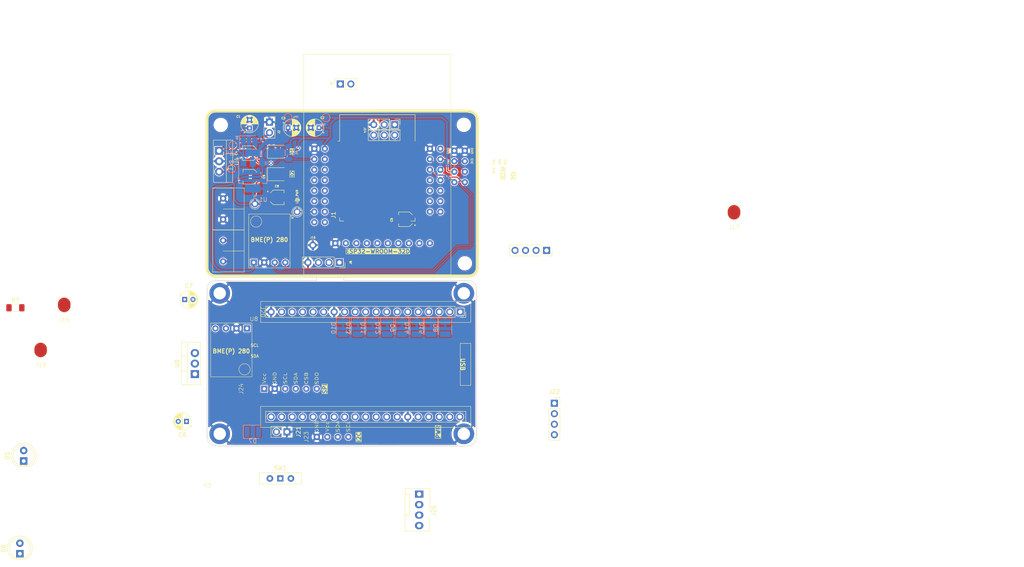
<source format=kicad_pcb>
(kicad_pcb (version 20240108) (generator "pcbnew") (generator_version "8.0")
  (layers (0 "F.Cu" signal) (31 "B.Cu" signal) (34 "B.Paste" user) (35 "F.Paste" user) (36 "B.SilkS" user "B.Silkscreen") (37 "F.SilkS" user "F.Silkscreen") (38 "B.Mask" user) (39 "F.Mask" user) (44 "Edge.Cuts" user))
  (net 0 "")
  (net 1 "GND")
  (net 2 "+3V3")
  (net 3 "+5V")
  (net 4 "/RXD")
  (net 5 "/TXD")
  (net 6 "/SDA")
  (net 7 "/GPIO_33")
  (net 8 "/SCL")
  (net 9 "/OUT3")
  (net 10 "/EN")
  (net 11 "/SOURCE2")
  (net 12 "/SOURCE1")
  (net 13 "/SOURCE3")
  (net 14 "/VDC")
  (net 15 "/DAC1")
  (net 16 "/DAC2")
  (net 17 "/GPIO39")
  (net 18 "/GPIO19")
  (net 19 "/GPIO17")
  (net 20 "/GPIO5")
  (net 21 "/GPIO18")
  (net 22 "/SD_DATA0")
  (net 23 "/ADC2_CH3")
  (net 24 "/SD_DATA3")
  (net 25 "/SD_CMD")
  (net 26 "/SD_CLK")
  (net 27 "/SD_DATA2")
  (net 28 "/SD_DATA1")
  (net 29 "/ADC2_CH0")
  (net 30 "/GPIO23")
  (net 31 "/GPIO36")
  (net 32 "/ADC2_CH2")
  (net 33 "/BOOT")
  (net 34 "/GPIO13")
  (net 35 "/SOURCE4")
  (net 36 "/SOURCE5")
  (net 37 "/SIPO_DATA")
  (net 38 "/SIPO_CLK")
  (net 39 "/SIPO_LATCH")
  (net 40 "/GPIO14")
  (net 41 "/OUT1")
  (net 42 "/VIN")
  (net 43 "Net-(D5-Pad1)")
  (net 44 "Net-(J15-Pin_1)")
  (net 45 "Net-(J19-Pin_1)")
  (net 46 "/OUT2")
  (net 58 "/ESP32-WROOM-32U Node/VIN")
  (net 63 "/ESP32-WROOM-32U Node/VDC")
  (net 74 "/ESP32-WROOM-32U Node/SPI-SDO")
  (net 75 "/ESP32-WROOM-32U Node/TX")
  (net 76 "/QB-2")
  (net 77 "/QC-2")
  (net 78 "/QE-2")
  (net 79 "/QA-2")
  (net 80 "/QD-2")
  (net 81 "/QG-2")
  (net 82 "/QH-2")
  (net 83 "/QF-2")
  (net 84 "/ESP32-WROOM-32U Node/SDA-2")
  (net 85 "/ESP32-WROOM-32U Node/SPI-CSB")
  (net 86 "/ESP32-WROOM-32U Node/SPI-SCL")
  (net 87 "/ESP32-WROOM-32U Node/3V3")
  (net 88 "/ESP32-WROOM-32U Node/SCL-2")
  (net 89 "/ESP32-WROOM-32U Node/RX")
  (net 90 "Net-(J21-Pin_2)")
  (net 92 "/ESP32-WROOM-32U Node/SPI-SDA")
  (net 94 "/ESP32-WROOM-32U Node/12V")
  (footprint "Capacitor_THT:CP_Radial_D4.0mm_P2.00mm" (layer "F.Cu") (at 107 44.2 180)
    (property "Reference" "C2")
    (property "Value" "1uF")
  )
  (footprint "LED_SMD:LED_1210_3225Metric_Pad1.42x2.65mm_HandSolder" (layer "F.Cu") (at 97 55.45)
    (property "Reference" "D2")
    (property "Value" "STATUS")
  )
  (footprint "Alexander Footprint Library:Board_65-40" (layer "F.Cu") (at 80 131.25)
    (property "Reference" "H3")
    (property "Value" "Project_Box_Board_65x40")
    (fp_line (start 0 -13) (end 0 -47) (stroke (width 0.05)) (layer "Edge.Cuts"))
    (fp_line (start 3 -50) (end 62 -50) (stroke (width 0.05)) (layer "Edge.Cuts"))
    (fp_line (start 62 -10) (end 3 -10) (stroke (width 0.05)) (layer "Edge.Cuts"))
    (fp_line (start 65 -47) (end 65 -13) (stroke (width 0.05)) (layer "Edge.Cuts"))
    (fp_arc (start 0 -47) (mid 0.87868 -49.12132) (end 3 -50) (stroke (width 0.05)) (layer "Edge.Cuts"))
    (fp_arc (start 3 -10) (mid 0.87868 -10.87868) (end 0 -13) (stroke (width 0.05)) (layer "Edge.Cuts"))
    (fp_arc (start 62 -50) (mid 64.12132 -49.12132) (end 65 -47) (stroke (width 0.05)) (layer "Edge.Cuts"))
    (fp_arc (start 65 -13) (mid 64.12132 -10.87868) (end 62 -10) (stroke (width 0.05)) (layer "Edge.Cuts"))
  )
  (footprint "Capacitor_SMD:CP_Elec_3x5.3" (layer "F.Cu") (at 90.3 50.35 180)
    (property "Reference" "C4")
    (property "Value" "0.1uF")
  )
  (footprint "Resistor_SMD:R_1206_3216Metric_Pad1.30x1.75mm_HandSolder" (layer "F.Cu") (at 33.612 87.7585)
    (property "Reference" "R7")
    (property "Value" "4K7")
  )
  (footprint "LED_THT:LED_D5.0mm" (layer "F.Cu") (at 34.7 147.25 90)
    (property "Reference" "D6")
    (property "Value" "LED_STATUS")
  )
  (footprint "Button_Switch_THT:SW_Slide-03_Wuerth-WS-SLTV_10x2.5x6.4_P2.54mm" (layer "F.Cu") (at 97.66 129.05)
    (property "Reference" "SW1")
    (property "Value" "SW_SPDT")
  )
  (footprint "Connector_PinSocket_2.54mm:PinSocket_1x04_P2.54mm_Vertical" (layer "F.Cu") (at 163.88 110.85)
    (property "Reference" "J22")
    (property "Value" "PWR_SATA_Conn_01x04")
  )
  (footprint "Alexander Footprint Library:Pad_1x01_P2.54_SMD" (layer "F.Cu") (at 39.712 102.098)
    (property "Reference" "J19")
    (property "Value" "LED_PWR")
  )
  (footprint "Alexanddr Footprints Library:ESP32-WROOM-Adapter-Socket-2" (layer "F.Cu") (at 121.1 56.9025)
    (property "Reference" "J1")
    (property "Value" "~")
  )
  (footprint "Alexander Footprint Library:Pad_1x01_P2.54_SMD" (layer "F.Cu") (at 45.412 91.198)
    (property "Reference" "J15")
    (property "Value" "LED_PWR")
  )
  (footprint "MountingHole:MountingHole_3mm" (layer "F.Cu") (at 142 43.5)
    (property "Reference" "H1" (hide yes))
    (property "Value" "MountingHole_Pad")
  )
  (footprint "Connector_PinSocket_2.54mm:PinSocket_1x02_P2.54mm_Vertical" (layer "F.Cu") (at 99.25 117.775 -90)
    (property "Reference" "J21")
    (property "Value" "PWR")
  )
  (footprint "MountingHole:MountingHole_3mm" (layer "F.Cu") (at 83.25 43.53)
    (property "Reference" "H2" (hide yes))
    (property "Value" "MountingHole_Pad")
  )
  (footprint "Alexander Footprints Library:Conn_Terminal_5mm" (layer "F.Cu") (at 83.82 53.69)
    (property "Reference" "J9" (hide yes))
    (property "Value" "Conn_01x02_Socket")
  )
  (footprint "Alexander Footprint Library:Pad_1x01_P2.54_SMD" (layer "F.Cu") (at 207.3 68.7895)
    (property "Reference" "J17")
    (property "Value" "GND")
  )
  (footprint "Capacitor_THT:CP_Radial_D4.0mm_P2.00mm" (layer "F.Cu") (at 74.527401 85.75)
    (property "Reference" "C7")
    (property "Value" "1uF")
  )
  (footprint "Connector:FanPinHeader_1x04_P2.54mm_Vertical" (layer "F.Cu") (at 131.2 132.83 -90)
    (property "Reference" "J25")
    (property "Value" "Conn_01x04_Pin")
  )
  (footprint "Capacitor_SMD:CP_Elec_3x5.3" (layer "F.Cu") (at 90.4 56.05 180)
    (property "Reference" "C9")
    (property "Value" "0.1uF")
  )
  (footprint "Alexander Footprint Library:PinSocket_1x01_P2.54" (layer "F.Cu") (at 91.5 65.19)
    (property "Reference" "J7")
    (property "Value" "LED_PWR")
  )
  (footprint "Alexander Footprint Library:Conn_SPI" (layer "F.Cu") (at 88.68 107.35 90)
    (property "Reference" "J24")
    (property "Value" "~")
  )
  (footprint "Connector_PinSocket_2.54mm:PinSocket_1x02_P2.54mm_Vertical" (layer "F.Cu") (at 95.025 42.85)
    (property "Reference" "J2")
    (property "Value" "PWR")
  )
  (footprint "Connector_PinSocket_2.54mm:PinSocket_1x04_P2.54mm_Vertical" (layer "F.Cu") (at 111.94 76.8 -90)
    (property "Reference" "J6")
    (property "Value" "SOURCE")
  )
  (footprint "Connector_PinSocket_2.54mm:PinSocket_1x04_P2.54mm_Vertical" (layer "F.Cu") (at 162 73.875 -90)
    (property "Reference" "J10" (hide yes))
    (property "Value" "ADC")
  )
  (footprint "Capacitor_SMD:CP_Elec_3x5.3" (layer "F.Cu") (at 128 66.35 180)
    (property "Reference" "C5")
    (property "Value" "0.1uF")
  )
  (footprint "Capacitor_THT:CP_Radial_D4.0mm_P2.00mm" (layer "F.Cu") (at 99.5 44.2)
    (property "Reference" "C3")
    (property "Value" "1uF")
  )
  (footprint "Alexander Footprint Library:Conn_ESP32_WROOM-DevKit-38pins" (layer "F.Cu") (at 92.88 88.75 -90)
    (property "Reference" "J20")
    (property "Value" "~")
  )
  (footprint "Capacitor_SMD:CP_Elec_3x5.3" (layer "F.Cu") (at 96.8 61.05)
    (property "Reference" "C8")
    (property "Value" "10uF")
  )
  (footprint "Alexander Footprint Library:LD1117" (layer "F.Cu") (at 77 103.79 90)
    (property "Reference" "U9")
    (property "Value" "L7805")
  )
  (footprint "Alexander Footprint Library:PinSocket_1x01_P2.54" (layer "F.Cu") (at 101.7 67.12)
    (property "Reference" "J18")
    (property "Value" "LED_PWR")
  )
  (footprint "Alexander Footprint Library:Conn_I2C" (layer "F.Cu") (at 98.84 119 90)
    (property "Reference" "J23")
    (property "Value" "I2C")
  )
  (footprint "Capacitor_THT:CP_Radial_D4.0mm_P2.00mm" (layer "F.Cu") (at 74.9726 115.25 180)
    (property "Reference" "C6")
    (property "Value" "1uF")
  )
  (footprint "Connector_PinSocket_2.54mm:PinSocket_1x02_P2.54mm_Vertical" (layer "F.Cu") (at 112.15 33.625 90)
    (property "Reference" "J5")
    (property "Value" "DAC")
  )
  (footprint "Alexander Footprint Library:CONN_2x3" (layer "F.Cu") (at 130.38 43.45 -90)
    (property "Reference" "J14")
    (property "Value" "GPIO")
  )
  (footprint "Alexander Footprints Library:Conn_UART" (layer "F.Cu") (at 139.7 42.15)
    (property "Reference" "J3" (hide yes))
    (property "Value" "UART")
  )
  (footprint "Alexander Footprint Library:PinSocket_1x01_P2.54" (layer "F.Cu") (at 105.5 75.19)
    (property "Reference" "J16")
    (property "Value" "GND")
  )
  (footprint "Capacitor_THT:CP_Radial_D4.0mm_P2.00mm" (layer "F.Cu") (at 90.2 44.3 90)
    (property "Reference" "C1")
    (property "Value" "1uF")
  )
  (footprint "Alexander Footprint Library:BME280_BMP280_I2C" (layer "F.Cu") (at 90 78.1 90)
    (property "Reference" "U7")
    (property "Value" "BME(P)280")
  )
  (footprint "Alexander Footprint Library:LD1117" (layer "F.Cu") (at 82.855 49.77 -90)
    (property "Reference" "U4")
    (property "Value" "L7805")
  )
  (footprint "Alexander Footprints Library:Conn_I2C" (layer "F.Cu") (at 142.24 42.15)
    (property "Reference" "J4" (hide yes))
    (property "Value" "I2C")
  )
  (footprint "LED_THT:LED_D5.0mm" (layer "F.Cu") (at 35.612 124.8335 90)
    (property "Reference" "D5")
    (property "Value" "LED_PWR")
  )
  (footprint "Alexander Footprint Library:BME280_BMP280_I2C" (layer "F.Cu") (at 90.8 91.45 -90)
    (property "Reference" "U8")
    (property "Value" "BME(P)280")
  )
  (footprint "LED_SMD:LED_1210_3225Metric_Pad1.42x2.65mm_HandSolder" (layer "F.Cu") (at 97 50)
    (property "Reference" "D1")
    (property "Value" "PWR")
  )
  (footprint "MountingHole:MountingHole_3mm" (layer "F.Cu") (at 142.25 77)
    (property "Reference" "H4" (hide yes))
    (property "Value" "MountingHole_Pad")
  )
  (footprint "Alexander Footprints Library:Conn_Terminal_5mm" (layer "F.Cu") (at 83.82 63.85)
    (property "Reference" "J8" (hide yes))
    (property "Value" "Conn_01x02_Socket")
  )
  (footprint "TestPoint:TestPoint_Pad_D1.5mm" (layer "B.Cu") (at 99.5 41.75 180)
    (property "Reference" "TP4")
    (property "Value" "5V")
  )
  (footprint "LED_SMD:LED_1210_3225Metric_Pad1.42x2.65mm_HandSolder" (layer "B.Cu") (at 127.1 92.65 -90)
    (property "Reference" "D9")
    (property "Value" "PWR")
  )
  (footprint "TestPoint:TestPoint_Pad_D1.5mm" (layer "B.Cu") (at 108.7 41.75 180)
    (property "Reference" "TP3")
    (property "Value" "3V3")
  )
  (footprint "LED_SMD:LED_1210_3225Metric_Pad1.42x2.65mm_HandSolder" (layer "B.Cu") (at 119.9 92.65 -90)
    (property "Reference" "D11")
    (property "Value" "PWR")
  )
  (footprint "Diode_SMD:D_1210_3225Metric" (layer "B.Cu") (at 91 117.75)
    (property "Reference" "D7")
    (property "Value" "D")
  )
  (footprint "LED_SMD:LED_1210_3225Metric_Pad1.42x2.65mm_HandSolder" (layer "B.Cu") (at 134.1 92.65 -90)
    (property "Reference" "D15")
    (property "Value" "PWR")
  )
  (footprint "Resistor_SMD:R_1206_3216Metric_Pad1.30x1.75mm_HandSolder" (layer "B.Cu") (at 99.7 50.25 -90)
    (property "Reference" "R1")
    (property "Value" "10K")
  )
  (footprint "Diode_SMD:D_1210_3225Metric" (layer "B.Cu") (at 90.1 47.75)
    (property "Reference" "D4")
    (property "Value" "D")
  )
  (footprint "LED_SMD:LED_1210_3225Metric_Pad1.42x2.65mm_HandSolder" (layer "B.Cu") (at 130.6 92.65 -90)
    (property "Reference" "D14")
    (property "Value" "PWR")
  )
  (footprint "TestPoint:TestPoint_Pad_D1.5mm" (layer "B.Cu") (at 86.2 48.45 180)
    (property "Reference" "TP1")
    (property "Value" "VIN")
  )
  (footprint "LED_SMD:LED_1210_3225Metric_Pad1.42x2.65mm_HandSolder" (layer "B.Cu") (at 123.5 92.65 -90)
    (property "Reference" "D12")
    (property "Value" "PWR")
  )
  (footprint "TestPoint:TestPoint_Pad_D1.5mm" (layer "B.Cu") (at 85.9 54.15 180)
    (property "Reference" "TP2")
    (property "Value" "GND")
  )
  (footprint "LED_SMD:LED_1210_3225Metric_Pad1.42x2.65mm_HandSolder" (layer "B.Cu") (at 116.4 92.65 -90)
    (property "Reference" "D13")
    (property "Value" "PWR")
  )
  (footprint "LED_SMD:LED_1210_3225Metric_Pad1.42x2.65mm_HandSolder" (layer "B.Cu") (at 112.8 92.65 -90)
    (property "Reference" "D10")
    (property "Value" "PWR")
  )
  (footprint "Package_TO_SOT_SMD:SOT-223-3_TabPin2" (layer "B.Cu") (at 91 55.75 -90)
    (property "Reference" "U1")
    (property "Value" "AMS1117-3V3")
  )
  (footprint "LED_SMD:LED_1210_3225Metric_Pad1.42x2.65mm_HandSolder" (layer "B.Cu") (at 137.5 92.65 -90)
    (property "Reference" "D8")
    (property "Value" "PWR")
  )
  (gr_line (start 145.25 42.11421) (end 145.25 78.085782) (stroke (width 0.75)) (layer "F.SilkS"))
  (gr_line (start 81.914218 40.164218) (end 143.08579 40.164218) (stroke (width 0.75)) (layer "F.SilkS"))
  (gr_arc (start 145.25 78.085782) (mid 144.66422 79.500007) (end 143.25 80.085782) (stroke (width 0.75)) (layer "F.SilkS"))
  (gr_line (start 79.914218 42.11421) (end 79.914218 78.085782) (stroke (width 0.75)) (layer "F.SilkS"))
  (gr_arc (start 81.914218 80.085782) (mid 80.499999 79.500001) (end 79.914218 78.085782) (stroke (width 0.75)) (layer "F.SilkS"))
  (gr_arc (start 143.25 40.25) (mid 144.664214 40.835786) (end 145.25 42.25) (stroke (width 0.75)) (layer "F.SilkS"))
  (gr_arc (start 79.914218 42.164218) (mid 80.499999 40.749999) (end 81.914218 40.164218) (stroke (width 0.75)) (layer "F.SilkS"))
  (gr_line (start 81.914214 80.085782) (end 143.085786 80.085782) (stroke (width 0.75)) (layer "F.SilkS"))
  (gr_line (start 82.014214 80.235786) (end 106.4 80.25) (stroke (width 0.1)) (layer "Edge.Cuts"))
  (gr_line (start 80 42.25) (end 80.014214 78.235786) (stroke (width 0.1)) (layer "Edge.Cuts"))
  (gr_arc (start 79.921321 83.157107) (mid 80.507106 81.742896) (end 81.921321 81.157107) (stroke (width 0.1)) (layer "Edge.Cuts"))
  (gr_line (start 81.921321 121.128679) (end 143.107107 121.142893) (stroke (width 0.1)) (layer "Edge.Cuts"))
  (gr_arc (start 81.921321 121.128679) (mid 80.507101 120.542899) (end 79.921321 119.128679) (stroke (width 0.1)) (layer "Edge.Cuts"))
  (gr_line (start 143.092893 81.157107) (end 113 81.15) (stroke (width 0.1)) (layer "Edge.Cuts"))
  (gr_arc (start 145.107107 119.142893) (mid 144.521321 120.557107) (end 143.107107 121.142893) (stroke (width 0.1)) (layer "Edge.Cuts"))
  (gr_line (start 106.4 81.15) (end 81.921321 81.157107) (stroke (width 0.1)) (layer "Edge.Cuts"))
  (gr_arc (start 143.185786 40.264214) (mid 144.600004 40.849996) (end 145.185786 42.264214) (stroke (width 0.1)) (layer "Edge.Cuts"))
  (gr_line (start 113 80.25) (end 143.185786 80.235786) (stroke (width 0.1)) (layer "Edge.Cuts"))
  (gr_arc (start 82.014214 80.235786) (mid 80.599996 79.650004) (end 80.014214 78.235786) (stroke (width 0.1)) (layer "Edge.Cuts"))
  (gr_line (start 145.185786 42.264214) (end 145.185786 78.235786) (stroke (width 0.1)) (layer "Edge.Cuts"))
  (gr_arc (start 80 42.25) (mid 80.585786 40.835786) (end 82 40.25) (stroke (width 0.1)) (layer "Edge.Cuts"))
  (gr_line (start 145.107107 119.142893) (end 145.092893 83.157107) (stroke (width 0.1)) (layer "Edge.Cuts"))
  (gr_line (start 79.921321 119.128679) (end 79.921321 83.157107) (stroke (width 0.1)) (layer "Edge.Cuts"))
  (gr_line (start 106.4 81.15) (end 106.4 80.25) (stroke (width 0.1)) (layer "Edge.Cuts"))
  (gr_arc (start 145.185786 78.235786) (mid 144.600004 79.650004) (end 143.185786 80.235786) (stroke (width 0.1)) (layer "Edge.Cuts"))
  (gr_arc (start 143.092893 81.157107) (mid 144.507112 81.742888) (end 145.092893 83.157107) (stroke (width 0.1)) (layer "Edge.Cuts"))
  (gr_line (start 113 81.15) (end 113 80.25) (stroke (width 0.1)) (layer "Edge.Cuts"))
  (gr_line (start 143.185786 40.264214) (end 82 40.25) (stroke (width 0.1)) (layer "Edge.Cuts"))
  (gr_text "SCL" (at 90.4 96.85 0) (layer "F.SilkS") (effects (font (size 0.7 0.7) (thickness 0.125) (bold yes)) (justify left)))
  (gr_text "SDA" (at 90.4 99.45 0) (layer "F.SilkS") (effects (font (size 0.7 0.7) (thickness 0.125) (bold yes)) (justify left)))
  (gr_text "PWR" (at 136.4 119.55 90) (layer "F.SilkS" knockout) (effects (font (size 1 1) (thickness 0.25) (bold yes)) (justify left bottom)))
  (segment (start 84.21 66) (end 83.82 66.39) (width 0.5) (layer "F.Cu") (net 1))
  (segment (start 95.5 54.8625) (end 95.5125 54.85) (width 0.25) (layer "F.Cu") (net 1))
  (segment (start 95.5 55.4625) (end 95.5125 55.45) (width 0.25) (layer "F.Cu") (net 1))
  (segment (start 91.5 59.65) (end 91.9 59.25) (width 0.5) (layer "F.Cu") (net 2))
  (segment (start 101.15 50) (end 102 49.15) (width 0.5) (layer "F.Cu") (net 2))
  (segment (start 94.63 62.62) (end 91.5 62.62) (width 0.5) (layer "F.Cu") (net 2))
  (segment (start 91.9 59.25) (end 91.9 56.05) (width 0.5) (layer "F.Cu") (net 2))
  (segment (start 98.4875 50) (end 101.15 50) (width 0.5) (layer "F.Cu") (net 2))
  (segment (start 95.3 61.05) (end 95.3 61.95) (width 0.5) (layer "F.Cu") (net 2))
  (segment (start 95.3 61.95) (end 94.63 62.62) (width 0.5) (layer "F.Cu") (net 2))
  (segment (start 91.5 62.62) (end 91.5 59.65) (width 0.5) (layer "F.Cu") (net 2))
  (via (at 102 49.15) (size 0.8) (drill 0.4) (layers "F.Cu" "B.Cu") (net 2))
  (segment (start 96.075 48.7) (end 97.525 48.7) (width 0.5) (layer "B.Cu") (net 2))
  (segment (start 108.4 49.2825) (end 108.4 47.85) (width 0.5) (layer "B.Cu") (net 2))
  (segment (start 109.408578 44.2) (end 107 44.2) (width 0.5) (layer "B.Cu") (net 2))
  (segment (start 109.5 46.75) (end 109.75 46.5) (width 0.5) (layer "B.Cu") (net 2))
  (segment (start 81.3 75.997918) (end 81.3 59.75104) (width 0.5) (layer "B.Cu") (net 2))
  (segment (start 93.3 54.905025) (end 93.3 52.6) (width 0.5) (layer "B.Cu") (net 2))
  (segment (start 100 48.7) (end 100 48.03033) (width 0.5) (layer "B.Cu") (net 2))
  (segment (start 137.9 51.55) (end 138.66 52.31) (width 0.5) (layer "B.Cu") (net 2))
  (segment (start 84.202081 78.9) (end 89.990883 78.9) (width 0.5) (layer "B.Cu") (net 2))
  (segment (start 109.75 45) (end 109.75 44.141421) (width 0.5) (layer "B.Cu") (net 2))
  (segment (start 103 46.75) (end 101.28033 46.75) (width 0.5) (layer "B.Cu") (net 2))
  (segment (start 109.75 43.858578) (end 109.75 44.141421) (width 0.5) (layer "B.Cu") (net 2))
  (segment (start 138.66 52.31) (end 139.7 52.31) (width 0.5) (layer "B.Cu") (net 2))
  (segment (start 139.7 52.31) (end 142.24 52.31) (width 0.5) (layer "B.Cu") (net 2))
  (segment (start 129.1 41.75) (end 136.8 41.75) (width 0.5) (layer "B.Cu") (net 2))
  (segment (start 112.31066 41.75) (end 129.1 41.75) (width 0.5) (layer "B.Cu") (net 2))
  (segment (start 88.207106 62.75) (end 91.5 62.75) (width 0.5) (layer "B.Cu") (net 2))
  (segment (start 86.5 61.042893) (end 86.5 57.5) (width 0.5) (layer "B.Cu") (net 2))
  (segment (start 103 46.75) (end 109.5 46.75) (width 0.5) (layer "B.Cu") (net 2))
  (segment (start 137.9 42.85) (end 137.9 51.55) (width 0.5) (layer "B.Cu") (net 2))
  (segment (start 91.22 77.670883) (end 91.22 76.8) (width 0.5) (layer "B.Cu") (net 2))
  (segment (start 89.455634 56.1) (end 92.105025 56.1) (width 0.5) (layer "B.Cu") (net 2))
  (segment (start 96.075 48.7) (end 95.177817 48.7) (width 0.5) (layer "B.Cu") (net 2))
  (segment (start 136.8 41.75) (end 137.9 42.85) (width 0.5) (layer "B.Cu") (net 2))
  (segment (start 108.4 47.85) (end 109.75 46.5) (width 0.5) (layer "B.Cu") (net 2))
  (segment (start 109.75 46.5) (end 109.75 45) (width 0.5) (layer "B.Cu") (net 2))
  (segment (start 110.015165 42.984834) (end 110.5 42.5) (width 0.5) (layer "B.Cu") (net 2))
  (segment (start 102 47.75) (end 103 46.75) (width 0.5) (layer "B.Cu") (net 2))
  (segment (start 109.75 43.858578) (end 109.75 43.625) (width 0.5) (layer "B.Cu") (net 2))
  (segment (start 93.3 52.6) (end 93.3 50.577817) (width 0.5) (layer "B.Cu") (net 2))
  (segment (start 82.75104 58.3) (end 84.144365 58.3) (width 0.5) (layer "B.Cu") (net 2))
  (segment (start 102 49.15) (end 102 47.75) (width 0.5) (layer "B.Cu") (net 2))
  (segment (start 129.3 41.75) (end 129.1 41.75) (width 0.5) (layer "B.Cu") (net 2))
  (segment (start 108.7 41.75) (end 112.31066 41.75) (width 0.5) (layer "B.Cu") (net 2))
  (segment (start 100 48.7) (end 97.525 48.7) (width 0.5) (layer "B.Cu") (net 2))
  (arc (start 93.3 54.905025) (mid 93.209037 55.362322) (end 92.95 55.75) (width 0.5) (layer "B.Cu") (net 2))
  (arc (start 86.8 57.2) (mid 85.581584 58.014119) (end 84.144365 58.3) (width 0.5) (layer "B.Cu") (net 2))
  (arc (start 89.455634 56.1) (mid 88.018415 56.38588) (end 86.8 57.2) (width 0.5) (layer "B.Cu") (net 2))
  (arc (start 86.5 61.042893) (mid 86.629945 61.696174) (end 87 62.25) (width 0.5) (layer "B.Cu") (net 2))
  (arc (start 82.75104 58.3) (mid 82.195751 58.410453) (end 81.725 58.725) (width 0.5) (layer "B.Cu") (net 2))
  (arc (start 92.95 55.75) (mid 92.562322 56.009037) (end 92.105025 56.1) (width 0.5) (layer "B.Cu") (net 2))
  (arc (start 109.75 43.625) (mid 109.818914 43.278544) (end 110.015165 42.984834) (width 0.5) (layer "B.Cu") (net 2))
  (arc (start 95.177817 48.7) (mid 94.459207 48.84294) (end 93.85 49.25) (width 0.5) (layer "B.Cu") (net 2))
  (arc (start 82.15 78.05) (mid 83.091502 78.679092) (end 84.202081 78.9) (width 0.5) (layer "B.Cu") (net 2))
  (arc (start 109.75 44.141421) (mid 109.713838 44.087301) (end 109.65 44.1) (width 0.5) (layer "B.Cu") (net 2))
  (arc (start 93.85 49.25) (mid 93.44294 49.859207) (end 93.3 50.577817) (width 0.5) (layer "B.Cu") (net 2))
  (arc (start 90.86 78.54) (mid 90.461245 78.806439) (end 89.990883 78.9) (width 0.5) (layer "B.Cu") (net 2))
  (arc (start 109.65 44.1) (mid 109.539234 44.17401) (end 109.408578 44.2) (width 0.5) (layer "B.Cu") (net 2))
  (arc (start 87 62.25) (mid 87.553825 62.620054) (end 88.207106 62.75) (width 0.5) (layer "B.Cu") (net 2))
  (arc (start 81.725 58.725) (mid 81.410453 59.195751) (end 81.3 59.75104) (width 0.5) (layer "B.Cu") (net 2))
  (arc (start 101.28033 46.75) (mid 100.790368 46.847459) (end 100.375 47.125) (width 0.5) (layer "B.Cu") (net 2))
  (arc (start 91.22 77.670883) (mid 91.126439 78.141245) (end 90.86 78.54) (width 0.5) (layer "B.Cu") (net 2))
  (arc (start 110.5 42.5) (mid 111.330737 41.944918) (end 112.31066 41.75) (width 0.5) (layer "B.Cu") (net 2))
  (arc (start 109.65 44.1) (mid 109.72401 43.989234) (end 109.75 43.858578) (width 0.5) (layer "B.Cu") (net 2))
  (arc (start 100.375 47.125) (mid 100.097459 47.540368) (end 100 48.03033) (width 0.5) (layer "B.Cu") (net 2))
  (arc (start 81.3 75.997918) (mid 81.520907 77.108496) (end 82.15 78.05) (width 0.5) (layer "B.Cu") (net 2))
  (segment (start 99.5 45.693413) (end 99.5 44.2) (width 0.5) (layer "F.Cu") (net 3))
  (segment (start 98.6375 46.9625) (end 99.2125 46.3875) (width 0.5) (layer "F.Cu") (net 3))
  (segment (start 88.1 47.25) (end 97.943413 47.25) (width 0.5) (layer "F.Cu") (net 3))
  (segment (start 84.9 54.85) (end 85.4 54.35) (width 0.5) (layer "F.Cu") (net 3))
  (segment (start 85.4 54.35) (end 85.4 49.95) (width 0.5) (layer "F.Cu") (net 3))
  (segment (start 82.855 54.85) (end 84.9 54.85) (width 0.5) (layer "F.Cu") (net 3))
  (segment (start 85.4 49.95) (end 88.1 47.25) (width 0.5) (layer "F.Cu") (net 3))
  (arc (start 97.943413 47.25) (mid 98.31905 47.175281) (end 98.6375 46.9625) (width 0.5) (layer "F.Cu") (net 3))
  (arc (start 99.5 45.693413) (mid 99.425281 46.06905) (end 99.2125 46.3875) (width 0.5) (layer "F.Cu") (net 3))
  (segment (start 99.5 42.25) (end 99.5 44.2) (width 0.25) (layer "B.Cu") (net 3))
  (segment (start 139.7 57.35) (end 139.7 57.39) (width 0.25) (layer "F.Cu") (net 4))
  (segment (start 140.3 57.45) (end 139.3 57.45) (width 0.25) (layer "F.Cu") (net 4))
  (segment (start 139.04 57.39) (end 139.7 57.39) (width 0.25) (layer "F.Cu") (net 4))
  (segment (start 137.96 55.65) (end 139.7 57.39) (width 0.25) (layer "B.Cu") (net 4))
  (segment (start 133.8 54.3625) (end 135.0875 55.65) (width 0.25) (layer "B.Cu") (net 4))
  (segment (start 135.0875 55.65) (end 137.96 55.65) (width 0.25) (layer "B.Cu") (net 4))
  (segment (start 138 52.25) (end 137.5725 51.8225) (width 0.25) (layer "F.Cu") (net 5))
  (segment (start 139.7 54.85) (end 138.3 54.85) (width 0.25) (layer "F.Cu") (net 5))
  (segment (start 137.5725 51.8225) (end 136.34 51.8225) (width 0.25) (layer "F.Cu") (net 5))
  (segment (start 138 54.55) (end 138 52.25) (width 0.25) (layer "F.Cu") (net 5))
  (segment (start 138.3 54.85) (end 138 54.55) (width 0.25) (layer "F.Cu") (net 5))
  (segment (start 139.7 54.85) (end 139.5 54.85) (width 0.25) (layer "F.Cu") (net 5))
  (segment (start 142.24 54.85) (end 142.24 55.51) (width 0.25) (layer "F.Cu") (net 6))
  (segment (start 98.84 76.8) (end 98.84 78.09) (width 0.25) (layer "B.Cu") (net 6))
  (segment (start 141 57.95) (end 141 56.09) (width 0.25) (layer "B.Cu") (net 6))
  (segment (start 140.990501 53.600501) (end 142.24 54.85) (width 0.25) (layer "B.Cu") (net 6))
  (segment (start 136.34 54.3625) (end 137.101999 53.600501) (width 0.25) (layer "B.Cu") (net 6))
  (segment (start 143.281802 72.781802) (end 143.55 72.513604) (width 0.25) (layer "B.Cu") (net 6))
  (segment (start 99.4 78.65) (end 130.7 78.65) (width 0.25) (layer "B.Cu") (net 6))
  (segment (start 130.7 78.65) (end 134.55 78.65) (width 0.25) (layer "B.Cu") (net 6))
  (segment (start 143.55 72.513604) (end 143.55 60.5) (width 0.25) (layer "B.Cu") (net 6))
  (segment (start 143.55 60.5) (end 141 57.95) (width 0.25) (layer "B.Cu") (net 6))
  (segment (start 140.418198 72.781802) (end 143.281802 72.781802) (width 0.25) (layer "B.Cu") (net 6))
  (segment (start 98.84 78.09) (end 99.4 78.65) (width 0.25) (layer "B.Cu") (net 6))
  (segment (start 141 56.09) (end 142.24 54.85) (width 0.25) (layer "B.Cu") (net 6))
  (segment (start 137.101999 53.600501) (end 140.990501 53.600501) (width 0.25) (layer "B.Cu") (net 6))
  (segment (start 134.55 78.65) (end 140.418198 72.781802) (width 0.25) (layer "B.Cu") (net 6))
  (segment (start 135.1 55.15) (end 135.6 55.65) (width 0.25) (layer "F.Cu") (net 8))
  (segment (start 133.8 51.8225) (end 135.1 53.1225) (width 0.25) (layer "F.Cu") (net 8))
  (segment (start 141.603604 57.39) (end 142.24 57.39) (width 0.25) (layer "F.Cu") (net 8))
  (segment (start 137.3 55.65) (end 137.8 56.15) (width 0.25) (layer "F.Cu") (net 8))
  (segment (start 135.1 53.1225) (end 135.1 55.15) (width 0.25) (layer "F.Cu") (net 8))
  (segment (start 135.6 55.65) (end 137.3 55.65) (width 0.25) (layer "F.Cu") (net 8))
  (segment (start 140.363604 56.15) (end 141.603604 57.39) (width 0.25) (layer "F.Cu") (net 8))
  (segment (start 137.8 56.15) (end 140.363604 56.15) (width 0.25) (layer "F.Cu") (net 8))
  (segment (start 142.24 58.553604) (end 142.24 57.39) (width 0.25) (layer "B.Cu") (net 8))
  (segment (start 144 72.7) (end 144 60.313604) (width 0.25) (layer "B.Cu") (net 8))
  (segment (start 134.8 79.1) (end 140.6 73.3) (width 0.25) (layer "B.Cu") (net 8))
  (segment (start 140.6 73.3) (end 143.4 73.3) (width 0.25) (layer "B.Cu") (net 8))
  (segment (start 96.3 76.8) (end 96.3 78.45) (width 0.25) (layer "B.Cu") (net 8))
  (segment (start 143.4 73.3) (end 144 72.7) (width 0.25) (layer "B.Cu") (net 8))
  (segment (start 96.3 78.45) (end 96.95 79.1) (width 0.25) (layer "B.Cu") (net 8))
  (segment (start 144 60.313604) (end 142.24 58.553604) (width 0.25) (layer "B.Cu") (net 8))
  (segment (start 96.95 79.1) (end 134.8 79.1) (width 0.25) (layer "B.Cu") (net 8))
  (segment (start 92.3 52.75) (end 91.8 52.25) (width 0.25) (layer "F.Cu") (net 10))
  (segment (start 91.8 52.25) (end 91.8 50.35) (width 0.25) (layer "F.Cu") (net 10))
  (segment (start 95.4 52.75) (end 92.3 52.75) (width 0.25) (layer "F.Cu") (net 10))
  (via (at 95.4 52.75) (size 0.8) (drill 0.4) (layers "F.Cu" "B.Cu") (net 10))
  (segment (start 95.4 52.75) (end 96.7 52.75) (width 0.25) (layer "B.Cu") (net 10))
  (segment (start 101.4 51.8) (end 101.45 51.8) (width 0.25) (layer "B.Cu") (net 10))
  (segment (start 105.86 51.8225) (end 101.4225 51.8225) (width 0.25) (layer "B.Cu") (net 10))
  (segment (start 99.7 51.8) (end 101.4 51.8) (width 0.25) (layer "B.Cu") (net 10))
  (segment (start 97.65 51.8) (end 99.7 51.8) (width 0.25) (layer "B.Cu") (net 10))
  (segment (start 101.4225 51.8225) (end 101.4 51.8) (width 0.25) (layer "B.Cu") (net 10))
  (segment (start 96.7 52.75) (end 97.65 51.8) (width 0.25) (layer "B.Cu") (net 10))
  (segment (start 86.37 71.47) (end 88 73.1) (width 0.5) (layer "F.Cu") (net 11))
  (segment (start 88 73.1) (end 99 73.1) (width 0.5) (layer "F.Cu") (net 11))
  (segment (start 83.82 71.47) (end 86.37 71.47) (width 0.5) (layer "F.Cu") (net 11))
  (segment (start 86.275 76.55) (end 88.075 74.75) (width 0.5) (layer "F.Cu") (net 12))
  (segment (start 83.82 76.55) (end 86.275 76.55) (width 0.5) (layer "F.Cu") (net 12))
  (segment (start 88.075 74.75) (end 99.75 74.75) (width 0.5) (layer "F.Cu") (net 12))
  (segment (start 95.025 45.425) (end 92.7 47.75) (width 0.5) (layer "B.Cu") (net 14))
  (segment (start 92.7 47.75) (end 91.5 47.75) (width 0.5) (layer "B.Cu") (net 14))
  (segment (start 95.025 45.39) (end 95.025 45.425) (width 0.5) (layer "B.Cu") (net 14))
  (segment (start 129.5 66.35) (end 134.5125 66.35) (width 0.25) (layer "F.Cu") (net 33))
  (segment (start 134.5125 66.35) (end 136.34 64.5225) (width 0.25) (layer "F.Cu") (net 33))
  (segment (start 101.7 56.05) (end 101.1 55.45) (width 0.25) (layer "F.Cu") (net 40))
  (segment (start 101.7 64.55) (end 105.8325 64.55) (width 0.25) (layer "F.Cu") (net 40))
  (segment (start 105.8325 64.55) (end 105.86 64.5225) (width 0.25) (layer "F.Cu") (net 40))
  (segment (start 101.1 55.45) (end 98.4875 55.45) (width 0.25) (layer "F.Cu") (net 40))
  (segment (start 101.7 64.55) (end 101.7 56.05) (width 0.25) (layer "F.Cu") (net 40))
  (segment (start 82.98 49.77) (end 82.855 49.77) (width 0.5) (layer "F.Cu") (net 42))
  (segment (start 90.2 44.3) (end 88.45 44.3) (width 0.5) (layer "F.Cu") (net 42))
  (segment (start 88.45 44.3) (end 82.98 49.77) (width 0.5) (layer "F.Cu") (net 42))
  (segment (start 88.7 50.546446) (end 88.7 51.253553) (width 0.5) (layer "B.Cu") (net 42))
  (segment (start 88.7 45.153553) (end 88.7 47.4) (width 0.5) (layer "B.Cu") (net 42))
  (segment (start 86.2 49.11) (end 86.2 48.45) (width 0.25) (layer "B.Cu") (net 42))
  (segment (start 88.45 50.65) (end 88.2 50.4) (width 0.5) (layer "B.Cu") (net 42))
  (segment (start 88.7 50.546446) (end 88.7 47.4) (width 0.5) (layer "B.Cu") (net 42))
  (segment (start 88.45 50.65) (end 88.054368 50.254368) (width 0.5) (layer "B.Cu") (net 42))
  (segment (start 89.553553 44.3) (end 90.2 44.3) (width 0.5) (layer "B.Cu") (net 42))
  (segment (start 88.7 51.253553) (end 88.7 52.6) (width 0.5) (layer "B.Cu") (net 42))
  (segment (start 86.86 49.77) (end 85.54 49.77) (width 0.5) (layer "B.Cu") (net 42))
  (segment (start 86.885 49.77) (end 86.86 49.77) (width 0.5) (layer "B.Cu") (net 42))
  (segment (start 85.54 49.77) (end 82.855 49.77) (width 0.5) (layer "B.Cu") (net 42))
  (arc (start 89.553553 44.3) (mid 89.226912 44.364972) (end 88.95 44.55) (width 0.5) (layer "B.Cu") (net 42))
  (arc (start 86.2 49.11) (mid 86.393309 49.57669) (end 86.86 49.77) (width 0.25) (layer "B.Cu") (net 42))
  (arc (start 88.7 51.253553) (mid 88.635027 50.926912) (end 88.45 50.65) (width 0.5) (layer "B.Cu") (net 42))
  (arc (start 88.45 50.65) (mid 88.45 50.65) (end 88.45 50.65) (width 0.5) (layer "B.Cu") (net 42))
  (arc (start 88.45 50.65) (mid 88.609596 50.681745) (end 88.7 50.546446) (width 0.5) (layer "B.Cu") (net 42))
  (arc (start 88.054368 50.254368) (mid 87.517857 49.895883) (end 86.885 49.77) (width 0.5) (layer "B.Cu") (net 42))
  (arc (start 88.95 44.55) (mid 88.764972 44.826912) (end 88.7 45.153553) (width 0.5) (layer "B.Cu") (net 42))
  (segment (start 92.425 117.775) (end 92.4 117.75) (width 0.5) (layer "B.Cu") (net 63))
  (zone (net 1) (net_name "GND") (layer "F.Cu") (priority 1) (connect_pads (clearance 0)) (min_thickness 0.25) (fill yes (thermal_gap 0.5) (thermal_bridge_width 0.5))
    (polygon (pts (xy 80 40.25) (xy 80.3 80.35) (xy 145.55 80.35) (xy 145.25 40.25)))
  )
  (zone (net 1) (net_name "GND") (layer "F.Cu") (priority 2) (connect_pads (clearance 0)) (min_thickness 0.25) (fill yes (thermal_gap 0.5) (thermal_bridge_width 0.5))
    (polygon (pts (xy 79.8 121.45) (xy 145.7 121.45) (xy 145.2 80.95) (xy 79.5 80.95)))
  )
  (zone (net 1) (net_name "GND") (layer "B.Cu") (connect_pads (clearance 0)) (min_thickness 0.25) (fill yes (thermal_gap 0.5) (thermal_bridge_width 0.5))
    (polygon (pts (xy 80 40.25) (xy 145.2 40.25) (xy 145.4 80.45) (xy 80.2 80.45)))
  )
  (zone (net 1) (net_name "GND") (layer "B.Cu") (priority 3) (connect_pads (clearance 0)) (min_thickness 0.25) (fill yes (thermal_gap 0.5) (thermal_bridge_width 0.5))
    (polygon (pts (xy 145.6 121.45) (xy 145.2 80.95) (xy 79.5 80.95) (xy 79.7 121.45)))
  )
)
</source>
